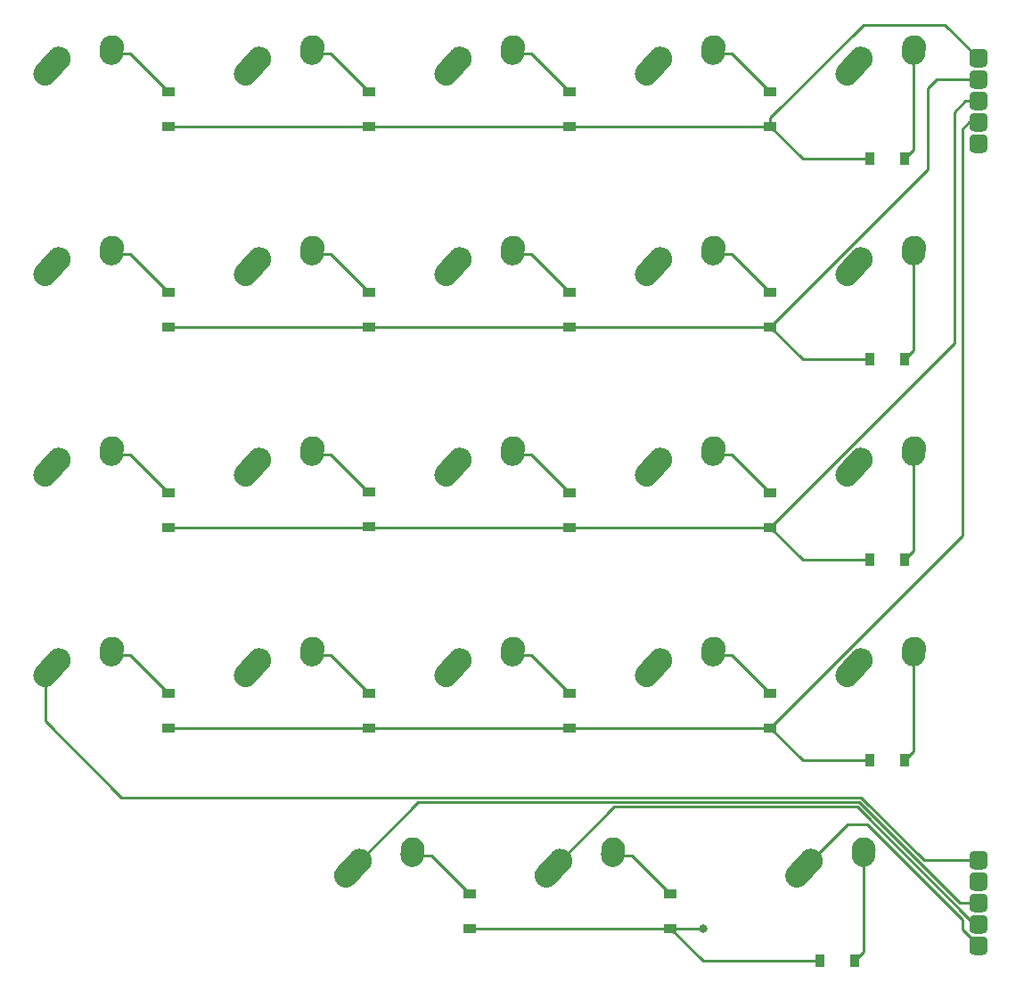
<source format=gbl>
%TF.GenerationSoftware,KiCad,Pcbnew,(5.1.12)-1*%
%TF.CreationDate,2022-01-05T11:41:57-05:00*%
%TF.ProjectId,gasket-1,6761736b-6574-42d3-912e-6b696361645f,rev?*%
%TF.SameCoordinates,Original*%
%TF.FileFunction,Copper,L2,Bot*%
%TF.FilePolarity,Positive*%
%FSLAX46Y46*%
G04 Gerber Fmt 4.6, Leading zero omitted, Abs format (unit mm)*
G04 Created by KiCad (PCBNEW (5.1.12)-1) date 2022-01-05 11:41:57*
%MOMM*%
%LPD*%
G01*
G04 APERTURE LIST*
%TA.AperFunction,SMDPad,CuDef*%
%ADD10R,0.900000X1.200000*%
%TD*%
%TA.AperFunction,SMDPad,CuDef*%
%ADD11R,1.200000X0.900000*%
%TD*%
%TA.AperFunction,ComponentPad*%
%ADD12C,2.250000*%
%TD*%
%TA.AperFunction,ViaPad*%
%ADD13C,0.800000*%
%TD*%
%TA.AperFunction,Conductor*%
%ADD14C,0.254000*%
%TD*%
G04 APERTURE END LIST*
D10*
%TO.P,D23,2*%
%TO.N,Net-(D23-Pad2)*%
X104043750Y-112712500D03*
%TO.P,D23,1*%
%TO.N,ROW4*%
X100743750Y-112712500D03*
%TD*%
%TO.P,D22,2*%
%TO.N,Net-(D22-Pad2)*%
X108806250Y-93662500D03*
%TO.P,D22,1*%
%TO.N,ROW3*%
X105506250Y-93662500D03*
%TD*%
%TO.P,D21,2*%
%TO.N,Net-(D21-Pad2)*%
X108806250Y-74612500D03*
%TO.P,D21,1*%
%TO.N,ROW2*%
X105506250Y-74612500D03*
%TD*%
%TO.P,D20,2*%
%TO.N,Net-(D20-Pad2)*%
X108806250Y-55562500D03*
%TO.P,D20,1*%
%TO.N,ROW1*%
X105506250Y-55562500D03*
%TD*%
%TO.P,D19,2*%
%TO.N,Net-(D19-Pad2)*%
X108806250Y-36512500D03*
%TO.P,D19,1*%
%TO.N,ROW0*%
X105506250Y-36512500D03*
%TD*%
D11*
%TO.P,D18,2*%
%TO.N,Net-(D18-Pad2)*%
X86518750Y-106300000D03*
%TO.P,D18,1*%
%TO.N,ROW4*%
X86518750Y-109600000D03*
%TD*%
%TO.P,D17,2*%
%TO.N,Net-(D17-Pad2)*%
X96043750Y-87250000D03*
%TO.P,D17,1*%
%TO.N,ROW3*%
X96043750Y-90550000D03*
%TD*%
%TO.P,D16,2*%
%TO.N,Net-(D16-Pad2)*%
X96043750Y-68200000D03*
%TO.P,D16,1*%
%TO.N,ROW2*%
X96043750Y-71500000D03*
%TD*%
%TO.P,D15,2*%
%TO.N,Net-(D15-Pad2)*%
X96043750Y-49150000D03*
%TO.P,D15,1*%
%TO.N,ROW1*%
X96043750Y-52450000D03*
%TD*%
%TO.P,D14,2*%
%TO.N,Net-(D14-Pad2)*%
X96043750Y-30100000D03*
%TO.P,D14,1*%
%TO.N,ROW0*%
X96043750Y-33400000D03*
%TD*%
%TO.P,D13,2*%
%TO.N,Net-(D13-Pad2)*%
X67468750Y-106300000D03*
%TO.P,D13,1*%
%TO.N,ROW4*%
X67468750Y-109600000D03*
%TD*%
%TO.P,D12,2*%
%TO.N,Net-(D12-Pad2)*%
X76993750Y-87250000D03*
%TO.P,D12,1*%
%TO.N,ROW3*%
X76993750Y-90550000D03*
%TD*%
%TO.P,D11,1*%
%TO.N,ROW2*%
X76993750Y-71500000D03*
%TO.P,D11,2*%
%TO.N,Net-(D11-Pad2)*%
X76993750Y-68200000D03*
%TD*%
%TO.P,D10,2*%
%TO.N,Net-(D10-Pad2)*%
X76993750Y-49150000D03*
%TO.P,D10,1*%
%TO.N,ROW1*%
X76993750Y-52450000D03*
%TD*%
%TO.P,D9,2*%
%TO.N,Net-(D9-Pad2)*%
X76993750Y-30100000D03*
%TO.P,D9,1*%
%TO.N,ROW0*%
X76993750Y-33400000D03*
%TD*%
%TO.P,D8,2*%
%TO.N,Net-(D8-Pad2)*%
X57943750Y-87250000D03*
%TO.P,D8,1*%
%TO.N,ROW3*%
X57943750Y-90550000D03*
%TD*%
%TO.P,D7,2*%
%TO.N,Net-(D7-Pad2)*%
X57943750Y-68137500D03*
%TO.P,D7,1*%
%TO.N,ROW2*%
X57943750Y-71437500D03*
%TD*%
%TO.P,D6,2*%
%TO.N,Net-(D6-Pad2)*%
X57943750Y-49150000D03*
%TO.P,D6,1*%
%TO.N,ROW1*%
X57943750Y-52450000D03*
%TD*%
%TO.P,D5,2*%
%TO.N,Net-(D5-Pad2)*%
X57943750Y-30100000D03*
%TO.P,D5,1*%
%TO.N,ROW0*%
X57943750Y-33400000D03*
%TD*%
%TO.P,D4,2*%
%TO.N,Net-(D4-Pad2)*%
X38893750Y-87250000D03*
%TO.P,D4,1*%
%TO.N,ROW3*%
X38893750Y-90550000D03*
%TD*%
%TO.P,D3,1*%
%TO.N,ROW2*%
X38893750Y-71500000D03*
%TO.P,D3,2*%
%TO.N,Net-(D3-Pad2)*%
X38893750Y-68200000D03*
%TD*%
%TO.P,D2,2*%
%TO.N,Net-(D2-Pad2)*%
X38893750Y-49150000D03*
%TO.P,D2,1*%
%TO.N,ROW1*%
X38893750Y-52450000D03*
%TD*%
%TO.P,D1,2*%
%TO.N,Net-(D1-Pad2)*%
X38893750Y-30100000D03*
%TO.P,D1,1*%
%TO.N,ROW0*%
X38893750Y-33400000D03*
%TD*%
D12*
%TO.P,MX21,1*%
%TO.N,COL4*%
X104656250Y-65056250D03*
%TA.AperFunction,ComponentPad*%
G36*
G01*
X102594938Y-67353600D02*
X102594933Y-67353595D01*
G75*
G02*
X102508905Y-65764933I751317J837345D01*
G01*
X103818907Y-64304933D01*
G75*
G02*
X105407569Y-64218905I837345J-751317D01*
G01*
X105407569Y-64218905D01*
G75*
G02*
X105493597Y-65807567I-751317J-837345D01*
G01*
X104183595Y-67267567D01*
G75*
G02*
X102594933Y-67353595I-837345J751317D01*
G01*
G37*
%TD.AperFunction*%
%TO.P,MX21,2*%
%TO.N,Net-(D21-Pad2)*%
X109696250Y-63976250D03*
%TA.AperFunction,ComponentPad*%
G36*
G01*
X109579733Y-65678645D02*
X109578847Y-65678584D01*
G75*
G02*
X108533916Y-64478847I77403J1122334D01*
G01*
X108573916Y-63898847D01*
G75*
G02*
X109773653Y-62853916I1122334J-77403D01*
G01*
X109773653Y-62853916D01*
G75*
G02*
X110818584Y-64053653I-77403J-1122334D01*
G01*
X110778584Y-64633653D01*
G75*
G02*
X109578847Y-65678584I-1122334J77403D01*
G01*
G37*
%TD.AperFunction*%
%TD*%
%TO.P,M2,1*%
%TO.N,COL0*%
%TA.AperFunction,ComponentPad*%
G36*
G01*
X114947700Y-103562150D02*
X114947700Y-102685850D01*
G75*
G02*
X115385850Y-102247700I438150J0D01*
G01*
X116262150Y-102247700D01*
G75*
G02*
X116700300Y-102685850I0J-438150D01*
G01*
X116700300Y-103562150D01*
G75*
G02*
X116262150Y-104000300I-438150J0D01*
G01*
X115385850Y-104000300D01*
G75*
G02*
X114947700Y-103562150I0J438150D01*
G01*
G37*
%TD.AperFunction*%
%TO.P,M2,2*%
%TO.N,COL1*%
%TA.AperFunction,ComponentPad*%
G36*
G01*
X114947700Y-105594150D02*
X114947700Y-104717850D01*
G75*
G02*
X115385850Y-104279700I438150J0D01*
G01*
X116262150Y-104279700D01*
G75*
G02*
X116700300Y-104717850I0J-438150D01*
G01*
X116700300Y-105594150D01*
G75*
G02*
X116262150Y-106032300I-438150J0D01*
G01*
X115385850Y-106032300D01*
G75*
G02*
X114947700Y-105594150I0J438150D01*
G01*
G37*
%TD.AperFunction*%
%TO.P,M2,3*%
%TO.N,COL2*%
%TA.AperFunction,ComponentPad*%
G36*
G01*
X114947700Y-107626150D02*
X114947700Y-106749850D01*
G75*
G02*
X115385850Y-106311700I438150J0D01*
G01*
X116262150Y-106311700D01*
G75*
G02*
X116700300Y-106749850I0J-438150D01*
G01*
X116700300Y-107626150D01*
G75*
G02*
X116262150Y-108064300I-438150J0D01*
G01*
X115385850Y-108064300D01*
G75*
G02*
X114947700Y-107626150I0J438150D01*
G01*
G37*
%TD.AperFunction*%
%TO.P,M2,4*%
%TO.N,COL3*%
%TA.AperFunction,ComponentPad*%
G36*
G01*
X114947700Y-109658150D02*
X114947700Y-108781850D01*
G75*
G02*
X115385850Y-108343700I438150J0D01*
G01*
X116262150Y-108343700D01*
G75*
G02*
X116700300Y-108781850I0J-438150D01*
G01*
X116700300Y-109658150D01*
G75*
G02*
X116262150Y-110096300I-438150J0D01*
G01*
X115385850Y-110096300D01*
G75*
G02*
X114947700Y-109658150I0J438150D01*
G01*
G37*
%TD.AperFunction*%
%TO.P,M2,5*%
%TO.N,COL4*%
%TA.AperFunction,ComponentPad*%
G36*
G01*
X114947700Y-111690150D02*
X114947700Y-110813850D01*
G75*
G02*
X115385850Y-110375700I438150J0D01*
G01*
X116262150Y-110375700D01*
G75*
G02*
X116700300Y-110813850I0J-438150D01*
G01*
X116700300Y-111690150D01*
G75*
G02*
X116262150Y-112128300I-438150J0D01*
G01*
X115385850Y-112128300D01*
G75*
G02*
X114947700Y-111690150I0J438150D01*
G01*
G37*
%TD.AperFunction*%
%TD*%
%TO.P,M1,5*%
%TO.N,ROW4*%
%TA.AperFunction,ComponentPad*%
G36*
G01*
X114947700Y-35490150D02*
X114947700Y-34613850D01*
G75*
G02*
X115385850Y-34175700I438150J0D01*
G01*
X116262150Y-34175700D01*
G75*
G02*
X116700300Y-34613850I0J-438150D01*
G01*
X116700300Y-35490150D01*
G75*
G02*
X116262150Y-35928300I-438150J0D01*
G01*
X115385850Y-35928300D01*
G75*
G02*
X114947700Y-35490150I0J438150D01*
G01*
G37*
%TD.AperFunction*%
%TO.P,M1,4*%
%TO.N,ROW3*%
%TA.AperFunction,ComponentPad*%
G36*
G01*
X114947700Y-33458150D02*
X114947700Y-32581850D01*
G75*
G02*
X115385850Y-32143700I438150J0D01*
G01*
X116262150Y-32143700D01*
G75*
G02*
X116700300Y-32581850I0J-438150D01*
G01*
X116700300Y-33458150D01*
G75*
G02*
X116262150Y-33896300I-438150J0D01*
G01*
X115385850Y-33896300D01*
G75*
G02*
X114947700Y-33458150I0J438150D01*
G01*
G37*
%TD.AperFunction*%
%TO.P,M1,3*%
%TO.N,ROW2*%
%TA.AperFunction,ComponentPad*%
G36*
G01*
X114947700Y-31426150D02*
X114947700Y-30549850D01*
G75*
G02*
X115385850Y-30111700I438150J0D01*
G01*
X116262150Y-30111700D01*
G75*
G02*
X116700300Y-30549850I0J-438150D01*
G01*
X116700300Y-31426150D01*
G75*
G02*
X116262150Y-31864300I-438150J0D01*
G01*
X115385850Y-31864300D01*
G75*
G02*
X114947700Y-31426150I0J438150D01*
G01*
G37*
%TD.AperFunction*%
%TO.P,M1,2*%
%TO.N,ROW1*%
%TA.AperFunction,ComponentPad*%
G36*
G01*
X114947700Y-29394150D02*
X114947700Y-28517850D01*
G75*
G02*
X115385850Y-28079700I438150J0D01*
G01*
X116262150Y-28079700D01*
G75*
G02*
X116700300Y-28517850I0J-438150D01*
G01*
X116700300Y-29394150D01*
G75*
G02*
X116262150Y-29832300I-438150J0D01*
G01*
X115385850Y-29832300D01*
G75*
G02*
X114947700Y-29394150I0J438150D01*
G01*
G37*
%TD.AperFunction*%
%TO.P,M1,1*%
%TO.N,ROW0*%
%TA.AperFunction,ComponentPad*%
G36*
G01*
X114947700Y-27362150D02*
X114947700Y-26485850D01*
G75*
G02*
X115385850Y-26047700I438150J0D01*
G01*
X116262150Y-26047700D01*
G75*
G02*
X116700300Y-26485850I0J-438150D01*
G01*
X116700300Y-27362150D01*
G75*
G02*
X116262150Y-27800300I-438150J0D01*
G01*
X115385850Y-27800300D01*
G75*
G02*
X114947700Y-27362150I0J438150D01*
G01*
G37*
%TD.AperFunction*%
%TD*%
%TO.P,MX19,1*%
%TO.N,COL4*%
X104656250Y-26956250D03*
%TA.AperFunction,ComponentPad*%
G36*
G01*
X102594938Y-29253600D02*
X102594933Y-29253595D01*
G75*
G02*
X102508905Y-27664933I751317J837345D01*
G01*
X103818907Y-26204933D01*
G75*
G02*
X105407569Y-26118905I837345J-751317D01*
G01*
X105407569Y-26118905D01*
G75*
G02*
X105493597Y-27707567I-751317J-837345D01*
G01*
X104183595Y-29167567D01*
G75*
G02*
X102594933Y-29253595I-837345J751317D01*
G01*
G37*
%TD.AperFunction*%
%TO.P,MX19,2*%
%TO.N,Net-(D19-Pad2)*%
X109696250Y-25876250D03*
%TA.AperFunction,ComponentPad*%
G36*
G01*
X109579733Y-27578645D02*
X109578847Y-27578584D01*
G75*
G02*
X108533916Y-26378847I77403J1122334D01*
G01*
X108573916Y-25798847D01*
G75*
G02*
X109773653Y-24753916I1122334J-77403D01*
G01*
X109773653Y-24753916D01*
G75*
G02*
X110818584Y-25953653I-77403J-1122334D01*
G01*
X110778584Y-26533653D01*
G75*
G02*
X109578847Y-27578584I-1122334J77403D01*
G01*
G37*
%TD.AperFunction*%
%TD*%
%TO.P,MX18,1*%
%TO.N,COL3*%
X76081250Y-103156250D03*
%TA.AperFunction,ComponentPad*%
G36*
G01*
X74019938Y-105453600D02*
X74019933Y-105453595D01*
G75*
G02*
X73933905Y-103864933I751317J837345D01*
G01*
X75243907Y-102404933D01*
G75*
G02*
X76832569Y-102318905I837345J-751317D01*
G01*
X76832569Y-102318905D01*
G75*
G02*
X76918597Y-103907567I-751317J-837345D01*
G01*
X75608595Y-105367567D01*
G75*
G02*
X74019933Y-105453595I-837345J751317D01*
G01*
G37*
%TD.AperFunction*%
%TO.P,MX18,2*%
%TO.N,Net-(D18-Pad2)*%
X81121250Y-102076250D03*
%TA.AperFunction,ComponentPad*%
G36*
G01*
X81004733Y-103778645D02*
X81003847Y-103778584D01*
G75*
G02*
X79958916Y-102578847I77403J1122334D01*
G01*
X79998916Y-101998847D01*
G75*
G02*
X81198653Y-100953916I1122334J-77403D01*
G01*
X81198653Y-100953916D01*
G75*
G02*
X82243584Y-102153653I-77403J-1122334D01*
G01*
X82203584Y-102733653D01*
G75*
G02*
X81003847Y-103778584I-1122334J77403D01*
G01*
G37*
%TD.AperFunction*%
%TD*%
%TO.P,MX23,1*%
%TO.N,COL4*%
X99893750Y-103156250D03*
%TA.AperFunction,ComponentPad*%
G36*
G01*
X97832438Y-105453600D02*
X97832433Y-105453595D01*
G75*
G02*
X97746405Y-103864933I751317J837345D01*
G01*
X99056407Y-102404933D01*
G75*
G02*
X100645069Y-102318905I837345J-751317D01*
G01*
X100645069Y-102318905D01*
G75*
G02*
X100731097Y-103907567I-751317J-837345D01*
G01*
X99421095Y-105367567D01*
G75*
G02*
X97832433Y-105453595I-837345J751317D01*
G01*
G37*
%TD.AperFunction*%
%TO.P,MX23,2*%
%TO.N,Net-(D23-Pad2)*%
X104933750Y-102076250D03*
%TA.AperFunction,ComponentPad*%
G36*
G01*
X104817233Y-103778645D02*
X104816347Y-103778584D01*
G75*
G02*
X103771416Y-102578847I77403J1122334D01*
G01*
X103811416Y-101998847D01*
G75*
G02*
X105011153Y-100953916I1122334J-77403D01*
G01*
X105011153Y-100953916D01*
G75*
G02*
X106056084Y-102153653I-77403J-1122334D01*
G01*
X106016084Y-102733653D01*
G75*
G02*
X104816347Y-103778584I-1122334J77403D01*
G01*
G37*
%TD.AperFunction*%
%TD*%
%TO.P,MX22,1*%
%TO.N,COL4*%
X104656250Y-84106250D03*
%TA.AperFunction,ComponentPad*%
G36*
G01*
X102594938Y-86403600D02*
X102594933Y-86403595D01*
G75*
G02*
X102508905Y-84814933I751317J837345D01*
G01*
X103818907Y-83354933D01*
G75*
G02*
X105407569Y-83268905I837345J-751317D01*
G01*
X105407569Y-83268905D01*
G75*
G02*
X105493597Y-84857567I-751317J-837345D01*
G01*
X104183595Y-86317567D01*
G75*
G02*
X102594933Y-86403595I-837345J751317D01*
G01*
G37*
%TD.AperFunction*%
%TO.P,MX22,2*%
%TO.N,Net-(D22-Pad2)*%
X109696250Y-83026250D03*
%TA.AperFunction,ComponentPad*%
G36*
G01*
X109579733Y-84728645D02*
X109578847Y-84728584D01*
G75*
G02*
X108533916Y-83528847I77403J1122334D01*
G01*
X108573916Y-82948847D01*
G75*
G02*
X109773653Y-81903916I1122334J-77403D01*
G01*
X109773653Y-81903916D01*
G75*
G02*
X110818584Y-83103653I-77403J-1122334D01*
G01*
X110778584Y-83683653D01*
G75*
G02*
X109578847Y-84728584I-1122334J77403D01*
G01*
G37*
%TD.AperFunction*%
%TD*%
%TO.P,MX20,1*%
%TO.N,COL4*%
X104656250Y-46006250D03*
%TA.AperFunction,ComponentPad*%
G36*
G01*
X102594938Y-48303600D02*
X102594933Y-48303595D01*
G75*
G02*
X102508905Y-46714933I751317J837345D01*
G01*
X103818907Y-45254933D01*
G75*
G02*
X105407569Y-45168905I837345J-751317D01*
G01*
X105407569Y-45168905D01*
G75*
G02*
X105493597Y-46757567I-751317J-837345D01*
G01*
X104183595Y-48217567D01*
G75*
G02*
X102594933Y-48303595I-837345J751317D01*
G01*
G37*
%TD.AperFunction*%
%TO.P,MX20,2*%
%TO.N,Net-(D20-Pad2)*%
X109696250Y-44926250D03*
%TA.AperFunction,ComponentPad*%
G36*
G01*
X109579733Y-46628645D02*
X109578847Y-46628584D01*
G75*
G02*
X108533916Y-45428847I77403J1122334D01*
G01*
X108573916Y-44848847D01*
G75*
G02*
X109773653Y-43803916I1122334J-77403D01*
G01*
X109773653Y-43803916D01*
G75*
G02*
X110818584Y-45003653I-77403J-1122334D01*
G01*
X110778584Y-45583653D01*
G75*
G02*
X109578847Y-46628584I-1122334J77403D01*
G01*
G37*
%TD.AperFunction*%
%TD*%
%TO.P,MX17,1*%
%TO.N,COL3*%
X85606250Y-84106250D03*
%TA.AperFunction,ComponentPad*%
G36*
G01*
X83544938Y-86403600D02*
X83544933Y-86403595D01*
G75*
G02*
X83458905Y-84814933I751317J837345D01*
G01*
X84768907Y-83354933D01*
G75*
G02*
X86357569Y-83268905I837345J-751317D01*
G01*
X86357569Y-83268905D01*
G75*
G02*
X86443597Y-84857567I-751317J-837345D01*
G01*
X85133595Y-86317567D01*
G75*
G02*
X83544933Y-86403595I-837345J751317D01*
G01*
G37*
%TD.AperFunction*%
%TO.P,MX17,2*%
%TO.N,Net-(D17-Pad2)*%
X90646250Y-83026250D03*
%TA.AperFunction,ComponentPad*%
G36*
G01*
X90529733Y-84728645D02*
X90528847Y-84728584D01*
G75*
G02*
X89483916Y-83528847I77403J1122334D01*
G01*
X89523916Y-82948847D01*
G75*
G02*
X90723653Y-81903916I1122334J-77403D01*
G01*
X90723653Y-81903916D01*
G75*
G02*
X91768584Y-83103653I-77403J-1122334D01*
G01*
X91728584Y-83683653D01*
G75*
G02*
X90528847Y-84728584I-1122334J77403D01*
G01*
G37*
%TD.AperFunction*%
%TD*%
%TO.P,MX16,1*%
%TO.N,COL3*%
X85606250Y-65056250D03*
%TA.AperFunction,ComponentPad*%
G36*
G01*
X83544938Y-67353600D02*
X83544933Y-67353595D01*
G75*
G02*
X83458905Y-65764933I751317J837345D01*
G01*
X84768907Y-64304933D01*
G75*
G02*
X86357569Y-64218905I837345J-751317D01*
G01*
X86357569Y-64218905D01*
G75*
G02*
X86443597Y-65807567I-751317J-837345D01*
G01*
X85133595Y-67267567D01*
G75*
G02*
X83544933Y-67353595I-837345J751317D01*
G01*
G37*
%TD.AperFunction*%
%TO.P,MX16,2*%
%TO.N,Net-(D16-Pad2)*%
X90646250Y-63976250D03*
%TA.AperFunction,ComponentPad*%
G36*
G01*
X90529733Y-65678645D02*
X90528847Y-65678584D01*
G75*
G02*
X89483916Y-64478847I77403J1122334D01*
G01*
X89523916Y-63898847D01*
G75*
G02*
X90723653Y-62853916I1122334J-77403D01*
G01*
X90723653Y-62853916D01*
G75*
G02*
X91768584Y-64053653I-77403J-1122334D01*
G01*
X91728584Y-64633653D01*
G75*
G02*
X90528847Y-65678584I-1122334J77403D01*
G01*
G37*
%TD.AperFunction*%
%TD*%
%TO.P,MX15,1*%
%TO.N,COL3*%
X85606250Y-46006250D03*
%TA.AperFunction,ComponentPad*%
G36*
G01*
X83544938Y-48303600D02*
X83544933Y-48303595D01*
G75*
G02*
X83458905Y-46714933I751317J837345D01*
G01*
X84768907Y-45254933D01*
G75*
G02*
X86357569Y-45168905I837345J-751317D01*
G01*
X86357569Y-45168905D01*
G75*
G02*
X86443597Y-46757567I-751317J-837345D01*
G01*
X85133595Y-48217567D01*
G75*
G02*
X83544933Y-48303595I-837345J751317D01*
G01*
G37*
%TD.AperFunction*%
%TO.P,MX15,2*%
%TO.N,Net-(D15-Pad2)*%
X90646250Y-44926250D03*
%TA.AperFunction,ComponentPad*%
G36*
G01*
X90529733Y-46628645D02*
X90528847Y-46628584D01*
G75*
G02*
X89483916Y-45428847I77403J1122334D01*
G01*
X89523916Y-44848847D01*
G75*
G02*
X90723653Y-43803916I1122334J-77403D01*
G01*
X90723653Y-43803916D01*
G75*
G02*
X91768584Y-45003653I-77403J-1122334D01*
G01*
X91728584Y-45583653D01*
G75*
G02*
X90528847Y-46628584I-1122334J77403D01*
G01*
G37*
%TD.AperFunction*%
%TD*%
%TO.P,MX14,1*%
%TO.N,COL3*%
X85606250Y-26956250D03*
%TA.AperFunction,ComponentPad*%
G36*
G01*
X83544938Y-29253600D02*
X83544933Y-29253595D01*
G75*
G02*
X83458905Y-27664933I751317J837345D01*
G01*
X84768907Y-26204933D01*
G75*
G02*
X86357569Y-26118905I837345J-751317D01*
G01*
X86357569Y-26118905D01*
G75*
G02*
X86443597Y-27707567I-751317J-837345D01*
G01*
X85133595Y-29167567D01*
G75*
G02*
X83544933Y-29253595I-837345J751317D01*
G01*
G37*
%TD.AperFunction*%
%TO.P,MX14,2*%
%TO.N,Net-(D14-Pad2)*%
X90646250Y-25876250D03*
%TA.AperFunction,ComponentPad*%
G36*
G01*
X90529733Y-27578645D02*
X90528847Y-27578584D01*
G75*
G02*
X89483916Y-26378847I77403J1122334D01*
G01*
X89523916Y-25798847D01*
G75*
G02*
X90723653Y-24753916I1122334J-77403D01*
G01*
X90723653Y-24753916D01*
G75*
G02*
X91768584Y-25953653I-77403J-1122334D01*
G01*
X91728584Y-26533653D01*
G75*
G02*
X90528847Y-27578584I-1122334J77403D01*
G01*
G37*
%TD.AperFunction*%
%TD*%
%TO.P,MX13,1*%
%TO.N,COL2*%
X57031250Y-103156250D03*
%TA.AperFunction,ComponentPad*%
G36*
G01*
X54969938Y-105453600D02*
X54969933Y-105453595D01*
G75*
G02*
X54883905Y-103864933I751317J837345D01*
G01*
X56193907Y-102404933D01*
G75*
G02*
X57782569Y-102318905I837345J-751317D01*
G01*
X57782569Y-102318905D01*
G75*
G02*
X57868597Y-103907567I-751317J-837345D01*
G01*
X56558595Y-105367567D01*
G75*
G02*
X54969933Y-105453595I-837345J751317D01*
G01*
G37*
%TD.AperFunction*%
%TO.P,MX13,2*%
%TO.N,Net-(D13-Pad2)*%
X62071250Y-102076250D03*
%TA.AperFunction,ComponentPad*%
G36*
G01*
X61954733Y-103778645D02*
X61953847Y-103778584D01*
G75*
G02*
X60908916Y-102578847I77403J1122334D01*
G01*
X60948916Y-101998847D01*
G75*
G02*
X62148653Y-100953916I1122334J-77403D01*
G01*
X62148653Y-100953916D01*
G75*
G02*
X63193584Y-102153653I-77403J-1122334D01*
G01*
X63153584Y-102733653D01*
G75*
G02*
X61953847Y-103778584I-1122334J77403D01*
G01*
G37*
%TD.AperFunction*%
%TD*%
%TO.P,MX12,1*%
%TO.N,COL2*%
X66556250Y-84106250D03*
%TA.AperFunction,ComponentPad*%
G36*
G01*
X64494938Y-86403600D02*
X64494933Y-86403595D01*
G75*
G02*
X64408905Y-84814933I751317J837345D01*
G01*
X65718907Y-83354933D01*
G75*
G02*
X67307569Y-83268905I837345J-751317D01*
G01*
X67307569Y-83268905D01*
G75*
G02*
X67393597Y-84857567I-751317J-837345D01*
G01*
X66083595Y-86317567D01*
G75*
G02*
X64494933Y-86403595I-837345J751317D01*
G01*
G37*
%TD.AperFunction*%
%TO.P,MX12,2*%
%TO.N,Net-(D12-Pad2)*%
X71596250Y-83026250D03*
%TA.AperFunction,ComponentPad*%
G36*
G01*
X71479733Y-84728645D02*
X71478847Y-84728584D01*
G75*
G02*
X70433916Y-83528847I77403J1122334D01*
G01*
X70473916Y-82948847D01*
G75*
G02*
X71673653Y-81903916I1122334J-77403D01*
G01*
X71673653Y-81903916D01*
G75*
G02*
X72718584Y-83103653I-77403J-1122334D01*
G01*
X72678584Y-83683653D01*
G75*
G02*
X71478847Y-84728584I-1122334J77403D01*
G01*
G37*
%TD.AperFunction*%
%TD*%
%TO.P,MX11,1*%
%TO.N,COL2*%
X66556250Y-65056250D03*
%TA.AperFunction,ComponentPad*%
G36*
G01*
X64494938Y-67353600D02*
X64494933Y-67353595D01*
G75*
G02*
X64408905Y-65764933I751317J837345D01*
G01*
X65718907Y-64304933D01*
G75*
G02*
X67307569Y-64218905I837345J-751317D01*
G01*
X67307569Y-64218905D01*
G75*
G02*
X67393597Y-65807567I-751317J-837345D01*
G01*
X66083595Y-67267567D01*
G75*
G02*
X64494933Y-67353595I-837345J751317D01*
G01*
G37*
%TD.AperFunction*%
%TO.P,MX11,2*%
%TO.N,Net-(D11-Pad2)*%
X71596250Y-63976250D03*
%TA.AperFunction,ComponentPad*%
G36*
G01*
X71479733Y-65678645D02*
X71478847Y-65678584D01*
G75*
G02*
X70433916Y-64478847I77403J1122334D01*
G01*
X70473916Y-63898847D01*
G75*
G02*
X71673653Y-62853916I1122334J-77403D01*
G01*
X71673653Y-62853916D01*
G75*
G02*
X72718584Y-64053653I-77403J-1122334D01*
G01*
X72678584Y-64633653D01*
G75*
G02*
X71478847Y-65678584I-1122334J77403D01*
G01*
G37*
%TD.AperFunction*%
%TD*%
%TO.P,MX10,1*%
%TO.N,COL2*%
X66556250Y-46006250D03*
%TA.AperFunction,ComponentPad*%
G36*
G01*
X64494938Y-48303600D02*
X64494933Y-48303595D01*
G75*
G02*
X64408905Y-46714933I751317J837345D01*
G01*
X65718907Y-45254933D01*
G75*
G02*
X67307569Y-45168905I837345J-751317D01*
G01*
X67307569Y-45168905D01*
G75*
G02*
X67393597Y-46757567I-751317J-837345D01*
G01*
X66083595Y-48217567D01*
G75*
G02*
X64494933Y-48303595I-837345J751317D01*
G01*
G37*
%TD.AperFunction*%
%TO.P,MX10,2*%
%TO.N,Net-(D10-Pad2)*%
X71596250Y-44926250D03*
%TA.AperFunction,ComponentPad*%
G36*
G01*
X71479733Y-46628645D02*
X71478847Y-46628584D01*
G75*
G02*
X70433916Y-45428847I77403J1122334D01*
G01*
X70473916Y-44848847D01*
G75*
G02*
X71673653Y-43803916I1122334J-77403D01*
G01*
X71673653Y-43803916D01*
G75*
G02*
X72718584Y-45003653I-77403J-1122334D01*
G01*
X72678584Y-45583653D01*
G75*
G02*
X71478847Y-46628584I-1122334J77403D01*
G01*
G37*
%TD.AperFunction*%
%TD*%
%TO.P,MX9,1*%
%TO.N,COL2*%
X66556250Y-26956250D03*
%TA.AperFunction,ComponentPad*%
G36*
G01*
X64494938Y-29253600D02*
X64494933Y-29253595D01*
G75*
G02*
X64408905Y-27664933I751317J837345D01*
G01*
X65718907Y-26204933D01*
G75*
G02*
X67307569Y-26118905I837345J-751317D01*
G01*
X67307569Y-26118905D01*
G75*
G02*
X67393597Y-27707567I-751317J-837345D01*
G01*
X66083595Y-29167567D01*
G75*
G02*
X64494933Y-29253595I-837345J751317D01*
G01*
G37*
%TD.AperFunction*%
%TO.P,MX9,2*%
%TO.N,Net-(D9-Pad2)*%
X71596250Y-25876250D03*
%TA.AperFunction,ComponentPad*%
G36*
G01*
X71479733Y-27578645D02*
X71478847Y-27578584D01*
G75*
G02*
X70433916Y-26378847I77403J1122334D01*
G01*
X70473916Y-25798847D01*
G75*
G02*
X71673653Y-24753916I1122334J-77403D01*
G01*
X71673653Y-24753916D01*
G75*
G02*
X72718584Y-25953653I-77403J-1122334D01*
G01*
X72678584Y-26533653D01*
G75*
G02*
X71478847Y-27578584I-1122334J77403D01*
G01*
G37*
%TD.AperFunction*%
%TD*%
%TO.P,MX8,1*%
%TO.N,COL1*%
X47506250Y-84106250D03*
%TA.AperFunction,ComponentPad*%
G36*
G01*
X45444938Y-86403600D02*
X45444933Y-86403595D01*
G75*
G02*
X45358905Y-84814933I751317J837345D01*
G01*
X46668907Y-83354933D01*
G75*
G02*
X48257569Y-83268905I837345J-751317D01*
G01*
X48257569Y-83268905D01*
G75*
G02*
X48343597Y-84857567I-751317J-837345D01*
G01*
X47033595Y-86317567D01*
G75*
G02*
X45444933Y-86403595I-837345J751317D01*
G01*
G37*
%TD.AperFunction*%
%TO.P,MX8,2*%
%TO.N,Net-(D8-Pad2)*%
X52546250Y-83026250D03*
%TA.AperFunction,ComponentPad*%
G36*
G01*
X52429733Y-84728645D02*
X52428847Y-84728584D01*
G75*
G02*
X51383916Y-83528847I77403J1122334D01*
G01*
X51423916Y-82948847D01*
G75*
G02*
X52623653Y-81903916I1122334J-77403D01*
G01*
X52623653Y-81903916D01*
G75*
G02*
X53668584Y-83103653I-77403J-1122334D01*
G01*
X53628584Y-83683653D01*
G75*
G02*
X52428847Y-84728584I-1122334J77403D01*
G01*
G37*
%TD.AperFunction*%
%TD*%
%TO.P,MX7,1*%
%TO.N,COL1*%
X47506250Y-65056250D03*
%TA.AperFunction,ComponentPad*%
G36*
G01*
X45444938Y-67353600D02*
X45444933Y-67353595D01*
G75*
G02*
X45358905Y-65764933I751317J837345D01*
G01*
X46668907Y-64304933D01*
G75*
G02*
X48257569Y-64218905I837345J-751317D01*
G01*
X48257569Y-64218905D01*
G75*
G02*
X48343597Y-65807567I-751317J-837345D01*
G01*
X47033595Y-67267567D01*
G75*
G02*
X45444933Y-67353595I-837345J751317D01*
G01*
G37*
%TD.AperFunction*%
%TO.P,MX7,2*%
%TO.N,Net-(D7-Pad2)*%
X52546250Y-63976250D03*
%TA.AperFunction,ComponentPad*%
G36*
G01*
X52429733Y-65678645D02*
X52428847Y-65678584D01*
G75*
G02*
X51383916Y-64478847I77403J1122334D01*
G01*
X51423916Y-63898847D01*
G75*
G02*
X52623653Y-62853916I1122334J-77403D01*
G01*
X52623653Y-62853916D01*
G75*
G02*
X53668584Y-64053653I-77403J-1122334D01*
G01*
X53628584Y-64633653D01*
G75*
G02*
X52428847Y-65678584I-1122334J77403D01*
G01*
G37*
%TD.AperFunction*%
%TD*%
%TO.P,MX6,1*%
%TO.N,COL1*%
X47506250Y-46006250D03*
%TA.AperFunction,ComponentPad*%
G36*
G01*
X45444938Y-48303600D02*
X45444933Y-48303595D01*
G75*
G02*
X45358905Y-46714933I751317J837345D01*
G01*
X46668907Y-45254933D01*
G75*
G02*
X48257569Y-45168905I837345J-751317D01*
G01*
X48257569Y-45168905D01*
G75*
G02*
X48343597Y-46757567I-751317J-837345D01*
G01*
X47033595Y-48217567D01*
G75*
G02*
X45444933Y-48303595I-837345J751317D01*
G01*
G37*
%TD.AperFunction*%
%TO.P,MX6,2*%
%TO.N,Net-(D6-Pad2)*%
X52546250Y-44926250D03*
%TA.AperFunction,ComponentPad*%
G36*
G01*
X52429733Y-46628645D02*
X52428847Y-46628584D01*
G75*
G02*
X51383916Y-45428847I77403J1122334D01*
G01*
X51423916Y-44848847D01*
G75*
G02*
X52623653Y-43803916I1122334J-77403D01*
G01*
X52623653Y-43803916D01*
G75*
G02*
X53668584Y-45003653I-77403J-1122334D01*
G01*
X53628584Y-45583653D01*
G75*
G02*
X52428847Y-46628584I-1122334J77403D01*
G01*
G37*
%TD.AperFunction*%
%TD*%
%TO.P,MX5,1*%
%TO.N,COL1*%
X47506250Y-26956250D03*
%TA.AperFunction,ComponentPad*%
G36*
G01*
X45444938Y-29253600D02*
X45444933Y-29253595D01*
G75*
G02*
X45358905Y-27664933I751317J837345D01*
G01*
X46668907Y-26204933D01*
G75*
G02*
X48257569Y-26118905I837345J-751317D01*
G01*
X48257569Y-26118905D01*
G75*
G02*
X48343597Y-27707567I-751317J-837345D01*
G01*
X47033595Y-29167567D01*
G75*
G02*
X45444933Y-29253595I-837345J751317D01*
G01*
G37*
%TD.AperFunction*%
%TO.P,MX5,2*%
%TO.N,Net-(D5-Pad2)*%
X52546250Y-25876250D03*
%TA.AperFunction,ComponentPad*%
G36*
G01*
X52429733Y-27578645D02*
X52428847Y-27578584D01*
G75*
G02*
X51383916Y-26378847I77403J1122334D01*
G01*
X51423916Y-25798847D01*
G75*
G02*
X52623653Y-24753916I1122334J-77403D01*
G01*
X52623653Y-24753916D01*
G75*
G02*
X53668584Y-25953653I-77403J-1122334D01*
G01*
X53628584Y-26533653D01*
G75*
G02*
X52428847Y-27578584I-1122334J77403D01*
G01*
G37*
%TD.AperFunction*%
%TD*%
%TO.P,MX4,1*%
%TO.N,COL0*%
X28456250Y-84106250D03*
%TA.AperFunction,ComponentPad*%
G36*
G01*
X26394938Y-86403600D02*
X26394933Y-86403595D01*
G75*
G02*
X26308905Y-84814933I751317J837345D01*
G01*
X27618907Y-83354933D01*
G75*
G02*
X29207569Y-83268905I837345J-751317D01*
G01*
X29207569Y-83268905D01*
G75*
G02*
X29293597Y-84857567I-751317J-837345D01*
G01*
X27983595Y-86317567D01*
G75*
G02*
X26394933Y-86403595I-837345J751317D01*
G01*
G37*
%TD.AperFunction*%
%TO.P,MX4,2*%
%TO.N,Net-(D4-Pad2)*%
X33496250Y-83026250D03*
%TA.AperFunction,ComponentPad*%
G36*
G01*
X33379733Y-84728645D02*
X33378847Y-84728584D01*
G75*
G02*
X32333916Y-83528847I77403J1122334D01*
G01*
X32373916Y-82948847D01*
G75*
G02*
X33573653Y-81903916I1122334J-77403D01*
G01*
X33573653Y-81903916D01*
G75*
G02*
X34618584Y-83103653I-77403J-1122334D01*
G01*
X34578584Y-83683653D01*
G75*
G02*
X33378847Y-84728584I-1122334J77403D01*
G01*
G37*
%TD.AperFunction*%
%TD*%
%TO.P,MX3,1*%
%TO.N,COL0*%
X28456250Y-65056250D03*
%TA.AperFunction,ComponentPad*%
G36*
G01*
X26394938Y-67353600D02*
X26394933Y-67353595D01*
G75*
G02*
X26308905Y-65764933I751317J837345D01*
G01*
X27618907Y-64304933D01*
G75*
G02*
X29207569Y-64218905I837345J-751317D01*
G01*
X29207569Y-64218905D01*
G75*
G02*
X29293597Y-65807567I-751317J-837345D01*
G01*
X27983595Y-67267567D01*
G75*
G02*
X26394933Y-67353595I-837345J751317D01*
G01*
G37*
%TD.AperFunction*%
%TO.P,MX3,2*%
%TO.N,Net-(D3-Pad2)*%
X33496250Y-63976250D03*
%TA.AperFunction,ComponentPad*%
G36*
G01*
X33379733Y-65678645D02*
X33378847Y-65678584D01*
G75*
G02*
X32333916Y-64478847I77403J1122334D01*
G01*
X32373916Y-63898847D01*
G75*
G02*
X33573653Y-62853916I1122334J-77403D01*
G01*
X33573653Y-62853916D01*
G75*
G02*
X34618584Y-64053653I-77403J-1122334D01*
G01*
X34578584Y-64633653D01*
G75*
G02*
X33378847Y-65678584I-1122334J77403D01*
G01*
G37*
%TD.AperFunction*%
%TD*%
%TO.P,MX2,1*%
%TO.N,COL0*%
X28456250Y-46006250D03*
%TA.AperFunction,ComponentPad*%
G36*
G01*
X26394938Y-48303600D02*
X26394933Y-48303595D01*
G75*
G02*
X26308905Y-46714933I751317J837345D01*
G01*
X27618907Y-45254933D01*
G75*
G02*
X29207569Y-45168905I837345J-751317D01*
G01*
X29207569Y-45168905D01*
G75*
G02*
X29293597Y-46757567I-751317J-837345D01*
G01*
X27983595Y-48217567D01*
G75*
G02*
X26394933Y-48303595I-837345J751317D01*
G01*
G37*
%TD.AperFunction*%
%TO.P,MX2,2*%
%TO.N,Net-(D2-Pad2)*%
X33496250Y-44926250D03*
%TA.AperFunction,ComponentPad*%
G36*
G01*
X33379733Y-46628645D02*
X33378847Y-46628584D01*
G75*
G02*
X32333916Y-45428847I77403J1122334D01*
G01*
X32373916Y-44848847D01*
G75*
G02*
X33573653Y-43803916I1122334J-77403D01*
G01*
X33573653Y-43803916D01*
G75*
G02*
X34618584Y-45003653I-77403J-1122334D01*
G01*
X34578584Y-45583653D01*
G75*
G02*
X33378847Y-46628584I-1122334J77403D01*
G01*
G37*
%TD.AperFunction*%
%TD*%
%TO.P,MX1,1*%
%TO.N,COL0*%
X28456250Y-26956250D03*
%TA.AperFunction,ComponentPad*%
G36*
G01*
X26394938Y-29253600D02*
X26394933Y-29253595D01*
G75*
G02*
X26308905Y-27664933I751317J837345D01*
G01*
X27618907Y-26204933D01*
G75*
G02*
X29207569Y-26118905I837345J-751317D01*
G01*
X29207569Y-26118905D01*
G75*
G02*
X29293597Y-27707567I-751317J-837345D01*
G01*
X27983595Y-29167567D01*
G75*
G02*
X26394933Y-29253595I-837345J751317D01*
G01*
G37*
%TD.AperFunction*%
%TO.P,MX1,2*%
%TO.N,Net-(D1-Pad2)*%
X33496250Y-25876250D03*
%TA.AperFunction,ComponentPad*%
G36*
G01*
X33379733Y-27578645D02*
X33378847Y-27578584D01*
G75*
G02*
X32333916Y-26378847I77403J1122334D01*
G01*
X32373916Y-25798847D01*
G75*
G02*
X33573653Y-24753916I1122334J-77403D01*
G01*
X33573653Y-24753916D01*
G75*
G02*
X34618584Y-25953653I-77403J-1122334D01*
G01*
X34578584Y-26533653D01*
G75*
G02*
X33378847Y-27578584I-1122334J77403D01*
G01*
G37*
%TD.AperFunction*%
%TD*%
D13*
%TO.N,ROW4*%
X89662000Y-109601000D03*
%TD*%
D14*
%TO.N,Net-(D1-Pad2)*%
X35250000Y-26456250D02*
X38893750Y-30100000D01*
X33456250Y-26456250D02*
X35250000Y-26456250D01*
%TO.N,ROW0*%
X96043750Y-33400000D02*
X38893750Y-33400000D01*
X96043750Y-32607250D02*
X104902000Y-23749000D01*
X96043750Y-33400000D02*
X96043750Y-32607250D01*
X112649000Y-23749000D02*
X115824000Y-26924000D01*
X104902000Y-23749000D02*
X112649000Y-23749000D01*
X99156250Y-36512500D02*
X96043750Y-33400000D01*
X105506250Y-36512500D02*
X99156250Y-36512500D01*
%TO.N,Net-(D2-Pad2)*%
X35250000Y-45506250D02*
X38893750Y-49150000D01*
X33456250Y-45506250D02*
X35250000Y-45506250D01*
%TO.N,ROW1*%
X96043750Y-52450000D02*
X38893750Y-52450000D01*
X111034249Y-37459501D02*
X111034249Y-29808751D01*
X96043750Y-52450000D02*
X111034249Y-37459501D01*
X111887000Y-28956000D02*
X115824000Y-28956000D01*
X111034249Y-29808751D02*
X111887000Y-28956000D01*
X99156250Y-55562500D02*
X96043750Y-52450000D01*
X105506250Y-55562500D02*
X99156250Y-55562500D01*
%TO.N,Net-(D3-Pad2)*%
X35250000Y-64556250D02*
X38893750Y-68200000D01*
X33456250Y-64556250D02*
X35250000Y-64556250D01*
%TO.N,ROW2*%
X38893750Y-71500000D02*
X96043750Y-71500000D01*
X114554000Y-30988000D02*
X115824000Y-30988000D01*
X113506250Y-32035750D02*
X114554000Y-30988000D01*
X113506250Y-54037500D02*
X113506250Y-32035750D01*
X96043750Y-71500000D02*
X113506250Y-54037500D01*
X99156250Y-74612500D02*
X96043750Y-71500000D01*
X105506250Y-74612500D02*
X99156250Y-74612500D01*
%TO.N,Net-(D4-Pad2)*%
X35250000Y-83606250D02*
X38893750Y-87250000D01*
X33456250Y-83606250D02*
X35250000Y-83606250D01*
%TO.N,ROW3*%
X96043750Y-90550000D02*
X38893750Y-90550000D01*
X110260499Y-76333251D02*
X96043750Y-90550000D01*
X114300000Y-72293750D02*
X110260499Y-76333251D01*
X114300000Y-33655000D02*
X114300000Y-72293750D01*
X114935000Y-33020000D02*
X114300000Y-33655000D01*
X115824000Y-33020000D02*
X114935000Y-33020000D01*
X99156250Y-93662500D02*
X96043750Y-90550000D01*
X105506250Y-93662500D02*
X99156250Y-93662500D01*
%TO.N,Net-(D5-Pad2)*%
X54300000Y-26456250D02*
X57943750Y-30100000D01*
X52506250Y-26456250D02*
X54300000Y-26456250D01*
%TO.N,Net-(D6-Pad2)*%
X54300000Y-45506250D02*
X57943750Y-49150000D01*
X52506250Y-45506250D02*
X54300000Y-45506250D01*
%TO.N,Net-(D7-Pad2)*%
X54300000Y-64556250D02*
X57943750Y-68200000D01*
X52506250Y-64556250D02*
X54300000Y-64556250D01*
%TO.N,Net-(D8-Pad2)*%
X54300000Y-83606250D02*
X57943750Y-87250000D01*
X52506250Y-83606250D02*
X54300000Y-83606250D01*
%TO.N,Net-(D9-Pad2)*%
X73350000Y-26456250D02*
X76993750Y-30100000D01*
X71556250Y-26456250D02*
X73350000Y-26456250D01*
%TO.N,Net-(D10-Pad2)*%
X73350000Y-45506250D02*
X76993750Y-49150000D01*
X71556250Y-45506250D02*
X73350000Y-45506250D01*
%TO.N,Net-(D11-Pad2)*%
X73350000Y-64556250D02*
X76993750Y-68200000D01*
X71556250Y-64556250D02*
X73350000Y-64556250D01*
%TO.N,Net-(D12-Pad2)*%
X73350000Y-83606250D02*
X76993750Y-87250000D01*
X71556250Y-83606250D02*
X73350000Y-83606250D01*
%TO.N,Net-(D13-Pad2)*%
X63825000Y-102656250D02*
X67468750Y-106300000D01*
X62031250Y-102656250D02*
X63825000Y-102656250D01*
%TO.N,ROW4*%
X89631250Y-112712500D02*
X86518750Y-109600000D01*
X100743750Y-112712500D02*
X89631250Y-112712500D01*
X86519750Y-109601000D02*
X86518750Y-109600000D01*
X89662000Y-109601000D02*
X86519750Y-109601000D01*
X86518750Y-109600000D02*
X67468750Y-109600000D01*
%TO.N,Net-(D14-Pad2)*%
X92400000Y-26456250D02*
X96043750Y-30100000D01*
X90606250Y-26456250D02*
X92400000Y-26456250D01*
%TO.N,Net-(D15-Pad2)*%
X92400000Y-45506250D02*
X96043750Y-49150000D01*
X90606250Y-45506250D02*
X92400000Y-45506250D01*
%TO.N,Net-(D16-Pad2)*%
X92400000Y-64556250D02*
X96043750Y-68200000D01*
X90606250Y-64556250D02*
X92400000Y-64556250D01*
%TO.N,Net-(D17-Pad2)*%
X92400000Y-83606250D02*
X96043750Y-87250000D01*
X90606250Y-83606250D02*
X92400000Y-83606250D01*
%TO.N,Net-(D18-Pad2)*%
X82875000Y-102656250D02*
X86518750Y-106300000D01*
X81081250Y-102656250D02*
X82875000Y-102656250D01*
%TO.N,Net-(D19-Pad2)*%
X109656250Y-35662500D02*
X108806250Y-36512500D01*
X109656250Y-26456250D02*
X109656250Y-35662500D01*
%TO.N,Net-(D20-Pad2)*%
X109656250Y-54712500D02*
X108806250Y-55562500D01*
X109656250Y-45506250D02*
X109656250Y-54712500D01*
%TO.N,Net-(D21-Pad2)*%
X109656250Y-73762500D02*
X108806250Y-74612500D01*
X109656250Y-64556250D02*
X109656250Y-73762500D01*
%TO.N,Net-(D22-Pad2)*%
X109656250Y-92812500D02*
X108806250Y-93662500D01*
X109656250Y-83606250D02*
X109656250Y-92812500D01*
%TO.N,Net-(D23-Pad2)*%
X104893750Y-111862500D02*
X104043750Y-112712500D01*
X104893750Y-102656250D02*
X104893750Y-111862500D01*
%TO.N,COL0*%
X27146250Y-89884250D02*
X34417000Y-97155000D01*
X27146250Y-85566250D02*
X27146250Y-89884250D01*
X115824000Y-103124000D02*
X110631132Y-103124000D01*
X110631132Y-103124000D02*
X104662132Y-97155000D01*
X104662132Y-97155000D02*
X34417000Y-97155000D01*
%TO.N,COL2*%
X62578490Y-97609010D02*
X57031250Y-103156250D01*
X115824000Y-107188000D02*
X114053066Y-107188000D01*
X104474076Y-97609010D02*
X62578490Y-97609010D01*
X114053066Y-107188000D02*
X104474076Y-97609010D01*
%TO.N,COL3*%
X115824000Y-109220000D02*
X115443000Y-109220000D01*
X115443000Y-109220000D02*
X104286020Y-98063020D01*
X81174480Y-98063020D02*
X76081250Y-103156250D01*
X104286020Y-98063020D02*
X81174480Y-98063020D01*
%TO.N,COL4*%
X103346250Y-85566250D02*
X103346250Y-84486750D01*
X115824000Y-111252000D02*
X114300000Y-109728000D01*
X114300000Y-109728000D02*
X114300000Y-108743750D01*
X114300000Y-108743750D02*
X105251250Y-99695000D01*
X103355000Y-99695000D02*
X99893750Y-103156250D01*
X105251250Y-99695000D02*
X103355000Y-99695000D01*
%TD*%
M02*

</source>
